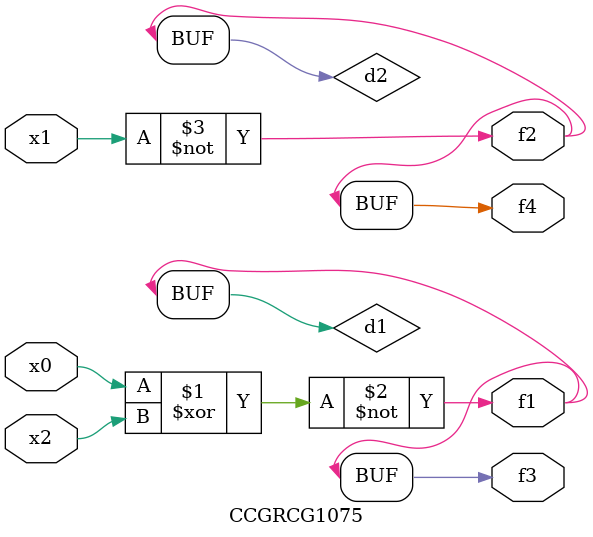
<source format=v>
module CCGRCG1075(
	input x0, x1, x2,
	output f1, f2, f3, f4
);

	wire d1, d2, d3;

	xnor (d1, x0, x2);
	nand (d2, x1);
	nor (d3, x1, x2);
	assign f1 = d1;
	assign f2 = d2;
	assign f3 = d1;
	assign f4 = d2;
endmodule

</source>
